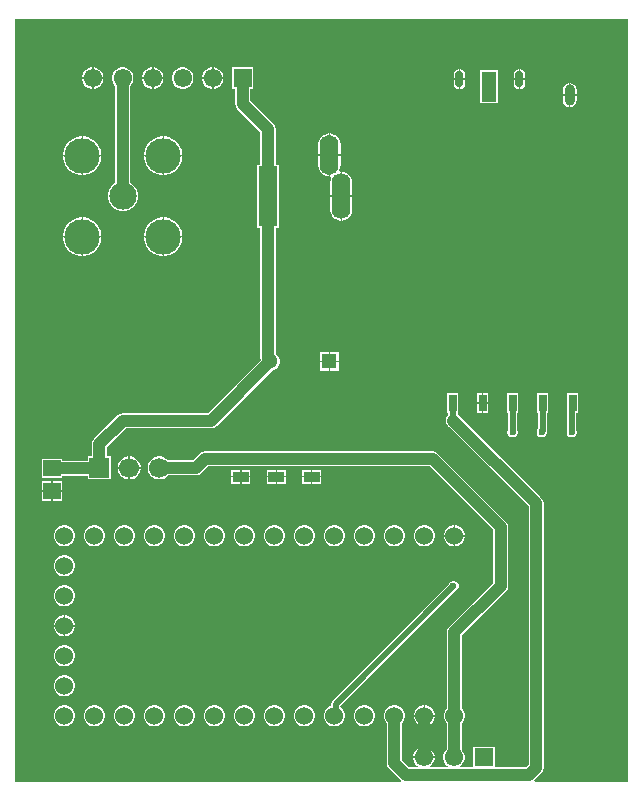
<source format=gtl>
G04*
G04 #@! TF.GenerationSoftware,Altium Limited,Altium Designer,22.10.1 (41)*
G04*
G04 Layer_Physical_Order=1*
G04 Layer_Color=255*
%FSLAX25Y25*%
%MOIN*%
G70*
G04*
G04 #@! TF.SameCoordinates,99798D1E-F985-4455-B884-4E85627F1AD0*
G04*
G04*
G04 #@! TF.FilePolarity,Positive*
G04*
G01*
G75*
%ADD10C,0.01968*%
%ADD20R,0.05315X0.03740*%
%ADD24R,0.05118X0.05118*%
%ADD25C,0.05118*%
%ADD29C,0.06102*%
%ADD30R,0.06102X0.06102*%
G04:AMPARAMS|DCode=31|XSize=133.86mil|YSize=62.99mil|CornerRadius=31.5mil|HoleSize=0mil|Usage=FLASHONLY|Rotation=90.000|XOffset=0mil|YOffset=0mil|HoleType=Round|Shape=RoundedRectangle|*
%AMROUNDEDRECTD31*
21,1,0.13386,0.00000,0,0,90.0*
21,1,0.07087,0.06299,0,0,90.0*
1,1,0.06299,0.00000,0.03543*
1,1,0.06299,0.00000,-0.03543*
1,1,0.06299,0.00000,-0.03543*
1,1,0.06299,0.00000,0.03543*
%
%ADD31ROUNDEDRECTD31*%
G04:AMPARAMS|DCode=32|XSize=153.54mil|YSize=62.99mil|CornerRadius=31.5mil|HoleSize=0mil|Usage=FLASHONLY|Rotation=90.000|XOffset=0mil|YOffset=0mil|HoleType=Round|Shape=RoundedRectangle|*
%AMROUNDEDRECTD32*
21,1,0.15354,0.00000,0,0,90.0*
21,1,0.09055,0.06299,0,0,90.0*
1,1,0.06299,0.00000,0.04528*
1,1,0.06299,0.00000,-0.04528*
1,1,0.06299,0.00000,-0.04528*
1,1,0.06299,0.00000,0.04528*
%
%ADD32ROUNDEDRECTD32*%
%ADD33R,0.06299X0.20079*%
%ADD37R,0.05000X0.10000*%
G04:AMPARAMS|DCode=38|XSize=56mil|YSize=28mil|CornerRadius=14mil|HoleSize=0mil|Usage=FLASHONLY|Rotation=90.000|XOffset=0mil|YOffset=0mil|HoleType=Round|Shape=RoundedRectangle|*
%AMROUNDEDRECTD38*
21,1,0.05600,0.00000,0,0,90.0*
21,1,0.02800,0.02800,0,0,90.0*
1,1,0.02800,0.00000,0.01400*
1,1,0.02800,0.00000,-0.01400*
1,1,0.02800,0.00000,-0.01400*
1,1,0.02800,0.00000,0.01400*
%
%ADD38ROUNDEDRECTD38*%
G04:AMPARAMS|DCode=39|XSize=70mil|YSize=36mil|CornerRadius=18mil|HoleSize=0mil|Usage=FLASHONLY|Rotation=90.000|XOffset=0mil|YOffset=0mil|HoleType=Round|Shape=RoundedRectangle|*
%AMROUNDEDRECTD39*
21,1,0.07000,0.00000,0,0,90.0*
21,1,0.03400,0.03600,0,0,90.0*
1,1,0.03600,0.00000,0.01700*
1,1,0.03600,0.00000,-0.01700*
1,1,0.03600,0.00000,-0.01700*
1,1,0.03600,0.00000,0.01700*
%
%ADD39ROUNDEDRECTD39*%
%ADD40R,0.02800X0.05600*%
%ADD41R,0.05906X0.05512*%
%ADD42C,0.03937*%
%ADD43C,0.11811*%
%ADD44C,0.09134*%
%ADD45C,0.06024*%
%ADD46C,0.06693*%
%ADD47R,0.06693X0.06693*%
%ADD48C,0.02362*%
G36*
X373213Y178755D02*
X342044D01*
X341893Y179255D01*
X341993Y179323D01*
X344299Y181629D01*
X344845Y182446D01*
X345037Y183409D01*
Y271654D01*
X344845Y272617D01*
X344299Y273433D01*
X316740Y300992D01*
X316253Y301318D01*
X316328Y301818D01*
X316546D01*
Y308418D01*
X312746D01*
Y301818D01*
X313132D01*
Y300920D01*
X312635Y300176D01*
X312444Y299213D01*
X312635Y298249D01*
X313181Y297433D01*
X340003Y270611D01*
Y184451D01*
X339171Y183619D01*
X328669D01*
Y190559D01*
X321567D01*
Y183619D01*
X317351D01*
X317217Y184119D01*
X317299Y184166D01*
X317960Y184827D01*
X318427Y185637D01*
X318669Y186540D01*
Y187475D01*
X318427Y188379D01*
X317960Y189188D01*
X317714Y189434D01*
Y198259D01*
X318086Y198631D01*
X318548Y199432D01*
X318787Y200325D01*
Y201250D01*
X318548Y202143D01*
X318086Y202944D01*
X317793Y203237D01*
Y227619D01*
X332488Y242315D01*
X333034Y243131D01*
X333225Y244094D01*
Y263779D01*
X333034Y264743D01*
X332488Y265559D01*
X309851Y288197D01*
X309034Y288743D01*
X308071Y288934D01*
X232026D01*
X231063Y288743D01*
X230247Y288197D01*
X228031Y285981D01*
X219773D01*
X219212Y286543D01*
X218335Y287049D01*
X217357Y287311D01*
X216344D01*
X215366Y287049D01*
X214489Y286543D01*
X213773Y285826D01*
X213266Y284949D01*
X213004Y283971D01*
Y282958D01*
X213266Y281980D01*
X213773Y281103D01*
X214489Y280387D01*
X215366Y279880D01*
X216344Y279618D01*
X217357D01*
X218335Y279880D01*
X219212Y280387D01*
X219773Y280948D01*
X229074D01*
X230037Y281139D01*
X230853Y281685D01*
X233069Y283900D01*
X307028D01*
X328192Y262737D01*
Y245137D01*
X313496Y230441D01*
X312950Y229625D01*
X312759Y228661D01*
Y203237D01*
X312466Y202944D01*
X312003Y202143D01*
X311764Y201250D01*
Y200325D01*
X312003Y199432D01*
X312466Y198631D01*
X312680Y198417D01*
Y189592D01*
X312277Y189188D01*
X311809Y188379D01*
X311567Y187475D01*
Y186540D01*
X311809Y185637D01*
X312277Y184827D01*
X312938Y184166D01*
X313019Y184119D01*
X312885Y183619D01*
X307351D01*
X307217Y184119D01*
X307299Y184166D01*
X307960Y184827D01*
X308427Y185637D01*
X308669Y186540D01*
Y186758D01*
X305118D01*
X301567D01*
Y186540D01*
X301809Y185637D01*
X302276Y184827D01*
X302938Y184166D01*
X303019Y184119D01*
X302885Y183619D01*
X300255D01*
X297793Y186082D01*
Y198338D01*
X298086Y198631D01*
X298548Y199432D01*
X298787Y200325D01*
Y201250D01*
X298548Y202143D01*
X298086Y202944D01*
X297432Y203597D01*
X296631Y204060D01*
X295738Y204299D01*
X294813D01*
X293920Y204060D01*
X293119Y203597D01*
X292465Y202944D01*
X292003Y202143D01*
X291764Y201250D01*
Y200325D01*
X292003Y199432D01*
X292465Y198631D01*
X292759Y198338D01*
Y185039D01*
X292950Y184076D01*
X293496Y183260D01*
X297433Y179323D01*
X297533Y179255D01*
X297382Y178755D01*
X168913D01*
Y433055D01*
X373213D01*
Y178755D01*
D02*
G37*
%LPC*%
G36*
X235192Y416937D02*
X234974D01*
Y413636D01*
X238276D01*
Y413853D01*
X238034Y414756D01*
X237566Y415566D01*
X236905Y416227D01*
X236095Y416695D01*
X235192Y416937D01*
D02*
G37*
G36*
X215192D02*
X214974D01*
Y413636D01*
X218276D01*
Y413853D01*
X218034Y414756D01*
X217566Y415566D01*
X216905Y416227D01*
X216095Y416695D01*
X215192Y416937D01*
D02*
G37*
G36*
X195192D02*
X194974D01*
Y413636D01*
X198276D01*
Y413853D01*
X198034Y414756D01*
X197566Y415566D01*
X196905Y416227D01*
X196095Y416695D01*
X195192Y416937D01*
D02*
G37*
G36*
X234474D02*
X234257D01*
X233354Y416695D01*
X232544Y416227D01*
X231883Y415566D01*
X231415Y414756D01*
X231173Y413853D01*
Y413636D01*
X234474D01*
Y416937D01*
D02*
G37*
G36*
X214474D02*
X214257D01*
X213354Y416695D01*
X212544Y416227D01*
X211883Y415566D01*
X211415Y414756D01*
X211173Y413853D01*
Y413636D01*
X214474D01*
Y416937D01*
D02*
G37*
G36*
X194474D02*
X194257D01*
X193354Y416695D01*
X192544Y416227D01*
X191883Y415566D01*
X191415Y414756D01*
X191173Y413853D01*
Y413636D01*
X194474D01*
Y416937D01*
D02*
G37*
G36*
X337219Y416280D02*
Y413242D01*
X338906D01*
Y414392D01*
X338758Y415133D01*
X338338Y415762D01*
X337710Y416182D01*
X337219Y416280D01*
D02*
G37*
G36*
X317219D02*
Y413242D01*
X318906D01*
Y414392D01*
X318758Y415133D01*
X318338Y415762D01*
X317710Y416182D01*
X317219Y416280D01*
D02*
G37*
G36*
X336719Y416280D02*
X336227Y416182D01*
X335599Y415762D01*
X335179Y415133D01*
X335031Y414392D01*
Y413242D01*
X336719D01*
Y416280D01*
D02*
G37*
G36*
X316719D02*
X316227Y416182D01*
X315599Y415762D01*
X315179Y415133D01*
X315031Y414392D01*
Y413242D01*
X316719D01*
Y416280D01*
D02*
G37*
G36*
X238276Y413136D02*
X234974D01*
Y409835D01*
X235192D01*
X236095Y410077D01*
X236905Y410544D01*
X237566Y411205D01*
X238034Y412015D01*
X238276Y412918D01*
Y413136D01*
D02*
G37*
G36*
X234474D02*
X231173D01*
Y412918D01*
X231415Y412015D01*
X231883Y411205D01*
X232544Y410544D01*
X233354Y410077D01*
X234257Y409835D01*
X234474D01*
Y413136D01*
D02*
G37*
G36*
X225192Y416937D02*
X224257D01*
X223354Y416695D01*
X222544Y416227D01*
X221883Y415566D01*
X221415Y414756D01*
X221173Y413853D01*
Y412918D01*
X221415Y412015D01*
X221883Y411205D01*
X222544Y410544D01*
X223354Y410077D01*
X224257Y409835D01*
X225192D01*
X226095Y410077D01*
X226905Y410544D01*
X227566Y411205D01*
X228034Y412015D01*
X228276Y412918D01*
Y413853D01*
X228034Y414756D01*
X227566Y415566D01*
X226905Y416227D01*
X226095Y416695D01*
X225192Y416937D01*
D02*
G37*
G36*
X218276Y413136D02*
X214974D01*
Y409835D01*
X215192D01*
X216095Y410077D01*
X216905Y410544D01*
X217566Y411205D01*
X218034Y412015D01*
X218276Y412918D01*
Y413136D01*
D02*
G37*
G36*
X214474D02*
X211173D01*
Y412918D01*
X211415Y412015D01*
X211883Y411205D01*
X212544Y410544D01*
X213354Y410077D01*
X214257Y409835D01*
X214474D01*
Y413136D01*
D02*
G37*
G36*
X198276D02*
X194974D01*
Y409835D01*
X195192D01*
X196095Y410077D01*
X196905Y410544D01*
X197566Y411205D01*
X198034Y412015D01*
X198276Y412918D01*
Y413136D01*
D02*
G37*
G36*
X194474D02*
X191173D01*
Y412918D01*
X191415Y412015D01*
X191883Y411205D01*
X192544Y410544D01*
X193354Y410077D01*
X194257Y409835D01*
X194474D01*
Y413136D01*
D02*
G37*
G36*
X318906Y412742D02*
X317219D01*
Y409705D01*
X317710Y409802D01*
X318338Y410222D01*
X318758Y410851D01*
X318906Y411592D01*
Y412742D01*
D02*
G37*
G36*
X338906D02*
X337219D01*
Y409705D01*
X337710Y409802D01*
X338338Y410222D01*
X338758Y410851D01*
X338906Y411592D01*
Y412742D01*
D02*
G37*
G36*
X336719D02*
X335031D01*
Y411592D01*
X335179Y410851D01*
X335599Y410222D01*
X336227Y409802D01*
X336719Y409705D01*
Y412742D01*
D02*
G37*
G36*
X316719D02*
X315031D01*
Y411592D01*
X315179Y410851D01*
X315599Y410222D01*
X316227Y409802D01*
X316719Y409705D01*
Y412742D01*
D02*
G37*
G36*
X353912Y411672D02*
Y407927D01*
X356007D01*
Y409377D01*
X355828Y410275D01*
X355320Y411035D01*
X354559Y411544D01*
X353912Y411672D01*
D02*
G37*
G36*
X353412Y411672D02*
X352764Y411544D01*
X352004Y411035D01*
X351495Y410275D01*
X351317Y409377D01*
Y407927D01*
X353412D01*
Y411672D01*
D02*
G37*
G36*
X329969Y415972D02*
X323969D01*
Y404972D01*
X329969D01*
Y415972D01*
D02*
G37*
G36*
X356007Y407427D02*
X353912D01*
Y403682D01*
X354559Y403811D01*
X355320Y404319D01*
X355828Y405080D01*
X356007Y405977D01*
Y407427D01*
D02*
G37*
G36*
X353412D02*
X351317D01*
Y405977D01*
X351495Y405080D01*
X352004Y404319D01*
X352764Y403811D01*
X353412Y403682D01*
Y407427D01*
D02*
G37*
G36*
X273872Y394987D02*
Y388045D01*
X277303D01*
Y391339D01*
X277178Y392291D01*
X276810Y393179D01*
X276225Y393941D01*
X275463Y394527D01*
X274575Y394894D01*
X273872Y394987D01*
D02*
G37*
G36*
X273372D02*
X272669Y394894D01*
X271781Y394527D01*
X271019Y393941D01*
X270434Y393179D01*
X270066Y392291D01*
X269941Y391339D01*
Y388045D01*
X273372D01*
Y394987D01*
D02*
G37*
G36*
X218859Y393925D02*
X218478D01*
Y387770D01*
X224634D01*
Y388151D01*
X224388Y389388D01*
X223905Y390554D01*
X223204Y391603D01*
X222312Y392495D01*
X221263Y393196D01*
X220097Y393679D01*
X218859Y393925D01*
D02*
G37*
G36*
X217978D02*
X217598D01*
X216360Y393679D01*
X215194Y393196D01*
X214145Y392495D01*
X213253Y391603D01*
X212552Y390554D01*
X212069Y389388D01*
X211823Y388151D01*
Y387770D01*
X217978D01*
Y393925D01*
D02*
G37*
G36*
X191851D02*
X191471D01*
Y387770D01*
X197626D01*
Y388151D01*
X197380Y389388D01*
X196897Y390554D01*
X196196Y391603D01*
X195304Y392495D01*
X194255Y393196D01*
X193089Y393679D01*
X191851Y393925D01*
D02*
G37*
G36*
X190971D02*
X190590D01*
X189352Y393679D01*
X188186Y393196D01*
X187137Y392495D01*
X186245Y391603D01*
X185544Y390554D01*
X185061Y389388D01*
X184815Y388151D01*
Y387770D01*
X190971D01*
Y393925D01*
D02*
G37*
G36*
X224634Y387270D02*
X218478D01*
Y381114D01*
X218859D01*
X220097Y381360D01*
X221263Y381843D01*
X222312Y382544D01*
X223204Y383436D01*
X223905Y384486D01*
X224388Y385651D01*
X224634Y386889D01*
Y387270D01*
D02*
G37*
G36*
X217978D02*
X211823D01*
Y386889D01*
X212069Y385651D01*
X212552Y384486D01*
X213253Y383436D01*
X214145Y382544D01*
X215194Y381843D01*
X216360Y381360D01*
X217598Y381114D01*
X217978D01*
Y387270D01*
D02*
G37*
G36*
X197626D02*
X191471D01*
Y381114D01*
X191851D01*
X193089Y381360D01*
X194255Y381843D01*
X195304Y382544D01*
X196196Y383436D01*
X196897Y384486D01*
X197380Y385651D01*
X197626Y386889D01*
Y387270D01*
D02*
G37*
G36*
X190971D02*
X184815D01*
Y386889D01*
X185061Y385651D01*
X185544Y384486D01*
X186245Y383436D01*
X187137Y382544D01*
X188186Y381843D01*
X189352Y381360D01*
X190590Y381114D01*
X190971D01*
Y387270D01*
D02*
G37*
G36*
X273372Y387545D02*
X269941D01*
Y384252D01*
X270066Y383299D01*
X270434Y382411D01*
X271019Y381649D01*
X271781Y381064D01*
X272669Y380696D01*
X273372Y380604D01*
Y387545D01*
D02*
G37*
G36*
X277809Y382191D02*
Y374266D01*
X281240D01*
Y378543D01*
X281115Y379496D01*
X280747Y380384D01*
X280162Y381146D01*
X279400Y381731D01*
X278512Y382099D01*
X277809Y382191D01*
D02*
G37*
G36*
X277303Y387545D02*
X273872D01*
Y380604D01*
X273948Y380614D01*
X274275Y380153D01*
X274003Y379496D01*
X273878Y378543D01*
Y374266D01*
X277309D01*
Y382191D01*
X277233Y382182D01*
X276906Y382643D01*
X277178Y383299D01*
X277303Y384252D01*
Y387545D01*
D02*
G37*
G36*
X205192Y416937D02*
X204257D01*
X203354Y416695D01*
X202544Y416227D01*
X201883Y415566D01*
X201415Y414756D01*
X201173Y413853D01*
Y412918D01*
X201415Y412015D01*
X201883Y411205D01*
X202207Y410881D01*
Y378413D01*
X201613Y378070D01*
X200670Y377127D01*
X200003Y375972D01*
X199657Y374683D01*
Y373349D01*
X200003Y372060D01*
X200670Y370905D01*
X201613Y369961D01*
X202769Y369294D01*
X204057Y368949D01*
X205392D01*
X206680Y369294D01*
X207836Y369961D01*
X208779Y370905D01*
X209446Y372060D01*
X209791Y373349D01*
Y374683D01*
X209446Y375972D01*
X208779Y377127D01*
X207836Y378070D01*
X207241Y378413D01*
Y410881D01*
X207566Y411205D01*
X208034Y412015D01*
X208276Y412918D01*
Y413853D01*
X208034Y414756D01*
X207566Y415566D01*
X206905Y416227D01*
X206095Y416695D01*
X205192Y416937D01*
D02*
G37*
G36*
X281240Y373766D02*
X277809D01*
Y365840D01*
X278512Y365932D01*
X279400Y366300D01*
X280162Y366885D01*
X280747Y367648D01*
X281115Y368535D01*
X281240Y369488D01*
Y373766D01*
D02*
G37*
G36*
X277309D02*
X273878D01*
Y369488D01*
X274003Y368535D01*
X274371Y367648D01*
X274956Y366885D01*
X275718Y366300D01*
X276606Y365932D01*
X277309Y365840D01*
Y373766D01*
D02*
G37*
G36*
X218859Y366917D02*
X218478D01*
Y360762D01*
X224634D01*
Y361143D01*
X224388Y362380D01*
X223905Y363546D01*
X223204Y364595D01*
X222312Y365487D01*
X221263Y366188D01*
X220097Y366671D01*
X218859Y366917D01*
D02*
G37*
G36*
X217978D02*
X217598D01*
X216360Y366671D01*
X215194Y366188D01*
X214145Y365487D01*
X213253Y364595D01*
X212552Y363546D01*
X212069Y362380D01*
X211823Y361143D01*
Y360762D01*
X217978D01*
Y366917D01*
D02*
G37*
G36*
X191851D02*
X191471D01*
Y360762D01*
X197626D01*
Y361143D01*
X197380Y362380D01*
X196897Y363546D01*
X196196Y364595D01*
X195304Y365487D01*
X194255Y366188D01*
X193089Y366671D01*
X191851Y366917D01*
D02*
G37*
G36*
X190971D02*
X190590D01*
X189352Y366671D01*
X188186Y366188D01*
X187137Y365487D01*
X186245Y364595D01*
X185544Y363546D01*
X185061Y362380D01*
X184815Y361143D01*
Y360762D01*
X190971D01*
Y366917D01*
D02*
G37*
G36*
X224634Y360262D02*
X218478D01*
Y354106D01*
X218859D01*
X220097Y354352D01*
X221263Y354835D01*
X222312Y355536D01*
X223204Y356429D01*
X223905Y357478D01*
X224388Y358643D01*
X224634Y359881D01*
Y360262D01*
D02*
G37*
G36*
X217978D02*
X211823D01*
Y359881D01*
X212069Y358643D01*
X212552Y357478D01*
X213253Y356429D01*
X214145Y355536D01*
X215194Y354835D01*
X216360Y354352D01*
X217598Y354106D01*
X217978D01*
Y360262D01*
D02*
G37*
G36*
X197626D02*
X191471D01*
Y354106D01*
X191851D01*
X193089Y354352D01*
X194255Y354835D01*
X195304Y355536D01*
X196196Y356429D01*
X196897Y357478D01*
X197380Y358643D01*
X197626Y359881D01*
Y360262D01*
D02*
G37*
G36*
X190971D02*
X184815D01*
Y359881D01*
X185061Y358643D01*
X185544Y357478D01*
X186245Y356429D01*
X187137Y355536D01*
X188186Y354835D01*
X189352Y354352D01*
X190590Y354106D01*
X190971D01*
Y360262D01*
D02*
G37*
G36*
X276681Y321957D02*
X273872D01*
Y319148D01*
X276681D01*
Y321957D01*
D02*
G37*
G36*
X273372D02*
X270563D01*
Y319148D01*
X273372D01*
Y321957D01*
D02*
G37*
G36*
X276681Y318648D02*
X273872D01*
Y315839D01*
X276681D01*
Y318648D01*
D02*
G37*
G36*
X273372D02*
X270563D01*
Y315839D01*
X273372D01*
Y318648D01*
D02*
G37*
G36*
X326546Y308418D02*
X324896D01*
Y305368D01*
X326546D01*
Y308418D01*
D02*
G37*
G36*
X324396D02*
X322746D01*
Y305368D01*
X324396D01*
Y308418D01*
D02*
G37*
G36*
X326546Y304868D02*
X324896D01*
Y301818D01*
X326546D01*
Y304868D01*
D02*
G37*
G36*
X324396D02*
X322746D01*
Y301818D01*
X324396D01*
Y304868D01*
D02*
G37*
G36*
X346546Y308418D02*
X342746D01*
Y301818D01*
X343132D01*
Y296448D01*
X342920Y296236D01*
X342664Y295618D01*
Y294949D01*
X342920Y294331D01*
X343393Y293858D01*
X344011Y293602D01*
X344680D01*
X345298Y293858D01*
X345770Y294331D01*
X346026Y294949D01*
Y295085D01*
X346044Y295111D01*
X346159Y295690D01*
X346159Y295690D01*
Y301818D01*
X346546D01*
Y308418D01*
D02*
G37*
G36*
X356546D02*
X352746D01*
Y301818D01*
X352893D01*
Y296197D01*
X352650Y295610D01*
Y294941D01*
X352906Y294323D01*
X353379Y293850D01*
X353996Y293595D01*
X354665D01*
X355283Y293850D01*
X355756Y294323D01*
X356012Y294941D01*
Y295610D01*
X355919Y295833D01*
Y301818D01*
X356546D01*
Y308418D01*
D02*
G37*
G36*
X336546D02*
X332746D01*
Y301818D01*
X333132D01*
Y296015D01*
X332965Y295610D01*
Y294941D01*
X333221Y294323D01*
X333693Y293850D01*
X334311Y293595D01*
X334980D01*
X335598Y293850D01*
X336071Y294323D01*
X336327Y294941D01*
Y295610D01*
X336159Y296015D01*
Y301818D01*
X336546D01*
Y308418D01*
D02*
G37*
G36*
X248276Y416937D02*
X241173D01*
Y409835D01*
X242208D01*
Y404882D01*
X242399Y403919D01*
X242945Y403102D01*
X250633Y395414D01*
Y384555D01*
X249500D01*
Y363476D01*
X250633D01*
Y320005D01*
X250774Y319294D01*
X233209Y301729D01*
X204724D01*
X203761Y301538D01*
X202945Y300992D01*
X195071Y293118D01*
X194525Y292302D01*
X194334Y291339D01*
Y287311D01*
X193004D01*
Y285883D01*
X184555D01*
Y286524D01*
X177650D01*
Y280012D01*
X184555D01*
Y280849D01*
X193004D01*
Y279618D01*
X200697D01*
Y287311D01*
X199367D01*
Y290296D01*
X205767Y296696D01*
X234252D01*
X235215Y296887D01*
X236032Y297433D01*
X254473Y315874D01*
X255118Y316047D01*
X255815Y316450D01*
X256385Y317019D01*
X256788Y317717D01*
X256996Y318495D01*
Y319300D01*
X256788Y320078D01*
X256385Y320776D01*
X255815Y321345D01*
X255666Y321431D01*
Y363476D01*
X256799D01*
Y384555D01*
X255666D01*
Y396457D01*
X255475Y397420D01*
X254929Y398236D01*
X247241Y405924D01*
Y409835D01*
X248276D01*
Y416937D01*
D02*
G37*
G36*
X207357Y287311D02*
X207100D01*
Y283715D01*
X210697D01*
Y283971D01*
X210435Y284949D01*
X209928Y285826D01*
X209212Y286543D01*
X208335Y287049D01*
X207357Y287311D01*
D02*
G37*
G36*
X206600D02*
X206344D01*
X205366Y287049D01*
X204489Y286543D01*
X203772Y285826D01*
X203266Y284949D01*
X203004Y283971D01*
Y283715D01*
X206600D01*
Y287311D01*
D02*
G37*
G36*
X247252Y282882D02*
X244344D01*
Y280762D01*
X247252D01*
Y282882D01*
D02*
G37*
G36*
X259063D02*
X256155D01*
Y280762D01*
X259063D01*
Y282882D01*
D02*
G37*
G36*
X255656D02*
X252748D01*
Y280762D01*
X255656D01*
Y282882D01*
D02*
G37*
G36*
X243845D02*
X240937D01*
Y280762D01*
X243845D01*
Y282882D01*
D02*
G37*
G36*
X270874D02*
X267967D01*
Y280762D01*
X270874D01*
Y282882D01*
D02*
G37*
G36*
X267467D02*
X264559D01*
Y280762D01*
X267467D01*
Y282882D01*
D02*
G37*
G36*
X210697Y283215D02*
X207100D01*
Y279618D01*
X207357D01*
X208335Y279880D01*
X209212Y280387D01*
X209928Y281103D01*
X210435Y281980D01*
X210697Y282958D01*
Y283215D01*
D02*
G37*
G36*
X206600D02*
X203004D01*
Y282958D01*
X203266Y281980D01*
X203772Y281103D01*
X204489Y280387D01*
X205366Y279880D01*
X206344Y279618D01*
X206600D01*
Y283215D01*
D02*
G37*
G36*
X270874Y280262D02*
X267967D01*
Y278142D01*
X270874D01*
Y280262D01*
D02*
G37*
G36*
X267467D02*
X264559D01*
Y278142D01*
X267467D01*
Y280262D01*
D02*
G37*
G36*
X259063Y280262D02*
X256155D01*
Y278142D01*
X259063D01*
Y280262D01*
D02*
G37*
G36*
X255656D02*
X252748D01*
Y278142D01*
X255656D01*
Y280262D01*
D02*
G37*
G36*
X247252D02*
X244344D01*
Y278142D01*
X247252D01*
Y280262D01*
D02*
G37*
G36*
X243845D02*
X240937D01*
Y278142D01*
X243845D01*
Y280262D01*
D02*
G37*
G36*
X184555Y279043D02*
X181352D01*
Y276037D01*
X184555D01*
Y279043D01*
D02*
G37*
G36*
X180852D02*
X177650D01*
Y276037D01*
X180852D01*
Y279043D01*
D02*
G37*
G36*
X184555Y275537D02*
X181352D01*
Y272532D01*
X184555D01*
Y275537D01*
D02*
G37*
G36*
X180852D02*
X177650D01*
Y272532D01*
X180852D01*
Y275537D01*
D02*
G37*
G36*
X315738Y264299D02*
X315526D01*
Y261037D01*
X318787D01*
Y261250D01*
X318548Y262143D01*
X318086Y262944D01*
X317432Y263597D01*
X316631Y264060D01*
X315738Y264299D01*
D02*
G37*
G36*
X315026D02*
X314813D01*
X313920Y264060D01*
X313119Y263597D01*
X312466Y262944D01*
X312003Y262143D01*
X311764Y261250D01*
Y261037D01*
X315026D01*
Y264299D01*
D02*
G37*
G36*
X318787Y260537D02*
X315526D01*
Y257276D01*
X315738D01*
X316631Y257515D01*
X317432Y257977D01*
X318086Y258631D01*
X318548Y259432D01*
X318787Y260325D01*
Y260537D01*
D02*
G37*
G36*
X315026D02*
X311764D01*
Y260325D01*
X312003Y259432D01*
X312466Y258631D01*
X313119Y257977D01*
X313920Y257515D01*
X314813Y257276D01*
X315026D01*
Y260537D01*
D02*
G37*
G36*
X305738Y264299D02*
X304813D01*
X303920Y264060D01*
X303119Y263597D01*
X302466Y262944D01*
X302003Y262143D01*
X301764Y261250D01*
Y260325D01*
X302003Y259432D01*
X302466Y258631D01*
X303119Y257977D01*
X303920Y257515D01*
X304813Y257276D01*
X305738D01*
X306631Y257515D01*
X307432Y257977D01*
X308086Y258631D01*
X308548Y259432D01*
X308787Y260325D01*
Y261250D01*
X308548Y262143D01*
X308086Y262944D01*
X307432Y263597D01*
X306631Y264060D01*
X305738Y264299D01*
D02*
G37*
G36*
X295738D02*
X294813D01*
X293920Y264060D01*
X293119Y263597D01*
X292465Y262944D01*
X292003Y262143D01*
X291764Y261250D01*
Y260325D01*
X292003Y259432D01*
X292465Y258631D01*
X293119Y257977D01*
X293920Y257515D01*
X294813Y257276D01*
X295738D01*
X296631Y257515D01*
X297432Y257977D01*
X298086Y258631D01*
X298548Y259432D01*
X298787Y260325D01*
Y261250D01*
X298548Y262143D01*
X298086Y262944D01*
X297432Y263597D01*
X296631Y264060D01*
X295738Y264299D01*
D02*
G37*
G36*
X285738D02*
X284813D01*
X283920Y264060D01*
X283119Y263597D01*
X282466Y262944D01*
X282003Y262143D01*
X281764Y261250D01*
Y260325D01*
X282003Y259432D01*
X282466Y258631D01*
X283119Y257977D01*
X283920Y257515D01*
X284813Y257276D01*
X285738D01*
X286631Y257515D01*
X287432Y257977D01*
X288086Y258631D01*
X288548Y259432D01*
X288787Y260325D01*
Y261250D01*
X288548Y262143D01*
X288086Y262944D01*
X287432Y263597D01*
X286631Y264060D01*
X285738Y264299D01*
D02*
G37*
G36*
X275738D02*
X274813D01*
X273920Y264060D01*
X273119Y263597D01*
X272465Y262944D01*
X272003Y262143D01*
X271764Y261250D01*
Y260325D01*
X272003Y259432D01*
X272465Y258631D01*
X273119Y257977D01*
X273920Y257515D01*
X274813Y257276D01*
X275738D01*
X276631Y257515D01*
X277432Y257977D01*
X278086Y258631D01*
X278548Y259432D01*
X278787Y260325D01*
Y261250D01*
X278548Y262143D01*
X278086Y262944D01*
X277432Y263597D01*
X276631Y264060D01*
X275738Y264299D01*
D02*
G37*
G36*
X265738D02*
X264813D01*
X263920Y264060D01*
X263119Y263597D01*
X262466Y262944D01*
X262003Y262143D01*
X261764Y261250D01*
Y260325D01*
X262003Y259432D01*
X262466Y258631D01*
X263119Y257977D01*
X263920Y257515D01*
X264813Y257276D01*
X265738D01*
X266631Y257515D01*
X267432Y257977D01*
X268086Y258631D01*
X268548Y259432D01*
X268787Y260325D01*
Y261250D01*
X268548Y262143D01*
X268086Y262944D01*
X267432Y263597D01*
X266631Y264060D01*
X265738Y264299D01*
D02*
G37*
G36*
X255738D02*
X254813D01*
X253920Y264060D01*
X253119Y263597D01*
X252466Y262944D01*
X252003Y262143D01*
X251764Y261250D01*
Y260325D01*
X252003Y259432D01*
X252466Y258631D01*
X253119Y257977D01*
X253920Y257515D01*
X254813Y257276D01*
X255738D01*
X256631Y257515D01*
X257432Y257977D01*
X258086Y258631D01*
X258548Y259432D01*
X258787Y260325D01*
Y261250D01*
X258548Y262143D01*
X258086Y262944D01*
X257432Y263597D01*
X256631Y264060D01*
X255738Y264299D01*
D02*
G37*
G36*
X245738D02*
X244813D01*
X243920Y264060D01*
X243119Y263597D01*
X242465Y262944D01*
X242003Y262143D01*
X241764Y261250D01*
Y260325D01*
X242003Y259432D01*
X242465Y258631D01*
X243119Y257977D01*
X243920Y257515D01*
X244813Y257276D01*
X245738D01*
X246631Y257515D01*
X247432Y257977D01*
X248086Y258631D01*
X248548Y259432D01*
X248787Y260325D01*
Y261250D01*
X248548Y262143D01*
X248086Y262944D01*
X247432Y263597D01*
X246631Y264060D01*
X245738Y264299D01*
D02*
G37*
G36*
X235738D02*
X234813D01*
X233920Y264060D01*
X233119Y263597D01*
X232466Y262944D01*
X232003Y262143D01*
X231764Y261250D01*
Y260325D01*
X232003Y259432D01*
X232466Y258631D01*
X233119Y257977D01*
X233920Y257515D01*
X234813Y257276D01*
X235738D01*
X236631Y257515D01*
X237432Y257977D01*
X238086Y258631D01*
X238548Y259432D01*
X238787Y260325D01*
Y261250D01*
X238548Y262143D01*
X238086Y262944D01*
X237432Y263597D01*
X236631Y264060D01*
X235738Y264299D01*
D02*
G37*
G36*
X225738D02*
X224813D01*
X223920Y264060D01*
X223119Y263597D01*
X222465Y262944D01*
X222003Y262143D01*
X221764Y261250D01*
Y260325D01*
X222003Y259432D01*
X222465Y258631D01*
X223119Y257977D01*
X223920Y257515D01*
X224813Y257276D01*
X225738D01*
X226631Y257515D01*
X227432Y257977D01*
X228086Y258631D01*
X228548Y259432D01*
X228787Y260325D01*
Y261250D01*
X228548Y262143D01*
X228086Y262944D01*
X227432Y263597D01*
X226631Y264060D01*
X225738Y264299D01*
D02*
G37*
G36*
X215738D02*
X214813D01*
X213920Y264060D01*
X213119Y263597D01*
X212466Y262944D01*
X212003Y262143D01*
X211764Y261250D01*
Y260325D01*
X212003Y259432D01*
X212466Y258631D01*
X213119Y257977D01*
X213920Y257515D01*
X214813Y257276D01*
X215738D01*
X216631Y257515D01*
X217432Y257977D01*
X218086Y258631D01*
X218548Y259432D01*
X218787Y260325D01*
Y261250D01*
X218548Y262143D01*
X218086Y262944D01*
X217432Y263597D01*
X216631Y264060D01*
X215738Y264299D01*
D02*
G37*
G36*
X205738D02*
X204813D01*
X203920Y264060D01*
X203119Y263597D01*
X202466Y262944D01*
X202003Y262143D01*
X201764Y261250D01*
Y260325D01*
X202003Y259432D01*
X202466Y258631D01*
X203119Y257977D01*
X203920Y257515D01*
X204813Y257276D01*
X205738D01*
X206631Y257515D01*
X207432Y257977D01*
X208086Y258631D01*
X208548Y259432D01*
X208787Y260325D01*
Y261250D01*
X208548Y262143D01*
X208086Y262944D01*
X207432Y263597D01*
X206631Y264060D01*
X205738Y264299D01*
D02*
G37*
G36*
X195738D02*
X194813D01*
X193920Y264060D01*
X193119Y263597D01*
X192465Y262944D01*
X192003Y262143D01*
X191764Y261250D01*
Y260325D01*
X192003Y259432D01*
X192465Y258631D01*
X193119Y257977D01*
X193920Y257515D01*
X194813Y257276D01*
X195738D01*
X196631Y257515D01*
X197432Y257977D01*
X198086Y258631D01*
X198548Y259432D01*
X198787Y260325D01*
Y261250D01*
X198548Y262143D01*
X198086Y262944D01*
X197432Y263597D01*
X196631Y264060D01*
X195738Y264299D01*
D02*
G37*
G36*
X185738D02*
X184813D01*
X183920Y264060D01*
X183119Y263597D01*
X182466Y262944D01*
X182003Y262143D01*
X181764Y261250D01*
Y260325D01*
X182003Y259432D01*
X182466Y258631D01*
X183119Y257977D01*
X183920Y257515D01*
X184813Y257276D01*
X185738D01*
X186631Y257515D01*
X187432Y257977D01*
X188086Y258631D01*
X188548Y259432D01*
X188787Y260325D01*
Y261250D01*
X188548Y262143D01*
X188086Y262944D01*
X187432Y263597D01*
X186631Y264060D01*
X185738Y264299D01*
D02*
G37*
G36*
Y254299D02*
X184813D01*
X183920Y254060D01*
X183119Y253597D01*
X182466Y252944D01*
X182003Y252143D01*
X181764Y251250D01*
Y250325D01*
X182003Y249432D01*
X182466Y248631D01*
X183119Y247977D01*
X183920Y247515D01*
X184813Y247276D01*
X185738D01*
X186631Y247515D01*
X187432Y247977D01*
X188086Y248631D01*
X188548Y249432D01*
X188787Y250325D01*
Y251250D01*
X188548Y252143D01*
X188086Y252944D01*
X187432Y253597D01*
X186631Y254060D01*
X185738Y254299D01*
D02*
G37*
G36*
Y244299D02*
X184813D01*
X183920Y244060D01*
X183119Y243598D01*
X182466Y242944D01*
X182003Y242143D01*
X181764Y241250D01*
Y240325D01*
X182003Y239432D01*
X182466Y238631D01*
X183119Y237977D01*
X183920Y237515D01*
X184813Y237276D01*
X185738D01*
X186631Y237515D01*
X187432Y237977D01*
X188086Y238631D01*
X188548Y239432D01*
X188787Y240325D01*
Y241250D01*
X188548Y242143D01*
X188086Y242944D01*
X187432Y243598D01*
X186631Y244060D01*
X185738Y244299D01*
D02*
G37*
G36*
Y234299D02*
X185526D01*
Y231037D01*
X188787D01*
Y231250D01*
X188548Y232143D01*
X188086Y232944D01*
X187432Y233597D01*
X186631Y234060D01*
X185738Y234299D01*
D02*
G37*
G36*
X185026D02*
X184813D01*
X183920Y234060D01*
X183119Y233597D01*
X182466Y232944D01*
X182003Y232143D01*
X181764Y231250D01*
Y231037D01*
X185026D01*
Y234299D01*
D02*
G37*
G36*
X188787Y230537D02*
X185526D01*
Y227276D01*
X185738D01*
X186631Y227515D01*
X187432Y227977D01*
X188086Y228631D01*
X188548Y229432D01*
X188787Y230325D01*
Y230537D01*
D02*
G37*
G36*
X185026D02*
X181764D01*
Y230325D01*
X182003Y229432D01*
X182466Y228631D01*
X183119Y227977D01*
X183920Y227515D01*
X184813Y227276D01*
X185026D01*
Y230537D01*
D02*
G37*
G36*
X185738Y224299D02*
X184813D01*
X183920Y224060D01*
X183119Y223598D01*
X182466Y222944D01*
X182003Y222143D01*
X181764Y221250D01*
Y220325D01*
X182003Y219432D01*
X182466Y218631D01*
X183119Y217977D01*
X183920Y217515D01*
X184813Y217276D01*
X185738D01*
X186631Y217515D01*
X187432Y217977D01*
X188086Y218631D01*
X188548Y219432D01*
X188787Y220325D01*
Y221250D01*
X188548Y222143D01*
X188086Y222944D01*
X187432Y223598D01*
X186631Y224060D01*
X185738Y224299D01*
D02*
G37*
G36*
Y214299D02*
X184813D01*
X183920Y214060D01*
X183119Y213597D01*
X182466Y212944D01*
X182003Y212143D01*
X181764Y211250D01*
Y210325D01*
X182003Y209432D01*
X182466Y208631D01*
X183119Y207977D01*
X183920Y207515D01*
X184813Y207276D01*
X185738D01*
X186631Y207515D01*
X187432Y207977D01*
X188086Y208631D01*
X188548Y209432D01*
X188787Y210325D01*
Y211250D01*
X188548Y212143D01*
X188086Y212944D01*
X187432Y213597D01*
X186631Y214060D01*
X185738Y214299D01*
D02*
G37*
G36*
X305738Y204299D02*
X305526D01*
Y201037D01*
X308787D01*
Y201250D01*
X308548Y202143D01*
X308086Y202944D01*
X307432Y203597D01*
X306631Y204060D01*
X305738Y204299D01*
D02*
G37*
G36*
X305026D02*
X304813D01*
X303920Y204060D01*
X303119Y203597D01*
X302466Y202944D01*
X302003Y202143D01*
X301764Y201250D01*
Y201037D01*
X305026D01*
Y204299D01*
D02*
G37*
G36*
X305276Y200787D02*
D01*
D01*
D01*
D02*
G37*
G36*
X308787Y200537D02*
X305526D01*
Y197276D01*
X305738D01*
X306631Y197515D01*
X307432Y197977D01*
X308086Y198631D01*
X308548Y199432D01*
X308787Y200325D01*
Y200537D01*
D02*
G37*
G36*
X305026D02*
X301764D01*
Y200325D01*
X302003Y199432D01*
X302466Y198631D01*
X303119Y197977D01*
X303920Y197515D01*
X304813Y197276D01*
X305026D01*
Y200537D01*
D02*
G37*
G36*
X285738Y204299D02*
X284813D01*
X283920Y204060D01*
X283119Y203597D01*
X282466Y202944D01*
X282003Y202143D01*
X281764Y201250D01*
Y200325D01*
X282003Y199432D01*
X282466Y198631D01*
X283119Y197977D01*
X283920Y197515D01*
X284813Y197276D01*
X285738D01*
X286631Y197515D01*
X287432Y197977D01*
X288086Y198631D01*
X288548Y199432D01*
X288787Y200325D01*
Y201250D01*
X288548Y202143D01*
X288086Y202944D01*
X287432Y203597D01*
X286631Y204060D01*
X285738Y204299D01*
D02*
G37*
G36*
X315295Y245776D02*
X314626D01*
X314008Y245520D01*
X313535Y245047D01*
X313368Y244642D01*
X274644Y205918D01*
X274316Y205427D01*
X274200Y204848D01*
X274200Y204847D01*
Y204135D01*
X273920Y204060D01*
X273119Y203597D01*
X272465Y202944D01*
X272003Y202143D01*
X271764Y201250D01*
Y200325D01*
X272003Y199432D01*
X272465Y198631D01*
X273119Y197977D01*
X273920Y197515D01*
X274813Y197276D01*
X275738D01*
X276631Y197515D01*
X277432Y197977D01*
X278086Y198631D01*
X278548Y199432D01*
X278787Y200325D01*
Y201250D01*
X278548Y202143D01*
X278086Y202944D01*
X277432Y203597D01*
X277227Y203716D01*
Y204221D01*
X315508Y242502D01*
X315913Y242669D01*
X316386Y243142D01*
X316642Y243760D01*
Y244429D01*
X316386Y245047D01*
X315913Y245520D01*
X315295Y245776D01*
D02*
G37*
G36*
X265738Y204299D02*
X264813D01*
X263920Y204060D01*
X263119Y203597D01*
X262466Y202944D01*
X262003Y202143D01*
X261764Y201250D01*
Y200325D01*
X262003Y199432D01*
X262466Y198631D01*
X263119Y197977D01*
X263920Y197515D01*
X264813Y197276D01*
X265738D01*
X266631Y197515D01*
X267432Y197977D01*
X268086Y198631D01*
X268548Y199432D01*
X268787Y200325D01*
Y201250D01*
X268548Y202143D01*
X268086Y202944D01*
X267432Y203597D01*
X266631Y204060D01*
X265738Y204299D01*
D02*
G37*
G36*
X255738D02*
X254813D01*
X253920Y204060D01*
X253119Y203597D01*
X252466Y202944D01*
X252003Y202143D01*
X251764Y201250D01*
Y200325D01*
X252003Y199432D01*
X252466Y198631D01*
X253119Y197977D01*
X253920Y197515D01*
X254813Y197276D01*
X255738D01*
X256631Y197515D01*
X257432Y197977D01*
X258086Y198631D01*
X258548Y199432D01*
X258787Y200325D01*
Y201250D01*
X258548Y202143D01*
X258086Y202944D01*
X257432Y203597D01*
X256631Y204060D01*
X255738Y204299D01*
D02*
G37*
G36*
X245738D02*
X244813D01*
X243920Y204060D01*
X243119Y203597D01*
X242465Y202944D01*
X242003Y202143D01*
X241764Y201250D01*
Y200325D01*
X242003Y199432D01*
X242465Y198631D01*
X243119Y197977D01*
X243920Y197515D01*
X244813Y197276D01*
X245738D01*
X246631Y197515D01*
X247432Y197977D01*
X248086Y198631D01*
X248548Y199432D01*
X248787Y200325D01*
Y201250D01*
X248548Y202143D01*
X248086Y202944D01*
X247432Y203597D01*
X246631Y204060D01*
X245738Y204299D01*
D02*
G37*
G36*
X235738D02*
X234813D01*
X233920Y204060D01*
X233119Y203597D01*
X232466Y202944D01*
X232003Y202143D01*
X231764Y201250D01*
Y200325D01*
X232003Y199432D01*
X232466Y198631D01*
X233119Y197977D01*
X233920Y197515D01*
X234813Y197276D01*
X235738D01*
X236631Y197515D01*
X237432Y197977D01*
X238086Y198631D01*
X238548Y199432D01*
X238787Y200325D01*
Y201250D01*
X238548Y202143D01*
X238086Y202944D01*
X237432Y203597D01*
X236631Y204060D01*
X235738Y204299D01*
D02*
G37*
G36*
X225738D02*
X224813D01*
X223920Y204060D01*
X223119Y203597D01*
X222465Y202944D01*
X222003Y202143D01*
X221764Y201250D01*
Y200325D01*
X222003Y199432D01*
X222465Y198631D01*
X223119Y197977D01*
X223920Y197515D01*
X224813Y197276D01*
X225738D01*
X226631Y197515D01*
X227432Y197977D01*
X228086Y198631D01*
X228548Y199432D01*
X228787Y200325D01*
Y201250D01*
X228548Y202143D01*
X228086Y202944D01*
X227432Y203597D01*
X226631Y204060D01*
X225738Y204299D01*
D02*
G37*
G36*
X215738D02*
X214813D01*
X213920Y204060D01*
X213119Y203597D01*
X212466Y202944D01*
X212003Y202143D01*
X211764Y201250D01*
Y200325D01*
X212003Y199432D01*
X212466Y198631D01*
X213119Y197977D01*
X213920Y197515D01*
X214813Y197276D01*
X215738D01*
X216631Y197515D01*
X217432Y197977D01*
X218086Y198631D01*
X218548Y199432D01*
X218787Y200325D01*
Y201250D01*
X218548Y202143D01*
X218086Y202944D01*
X217432Y203597D01*
X216631Y204060D01*
X215738Y204299D01*
D02*
G37*
G36*
X205738D02*
X204813D01*
X203920Y204060D01*
X203119Y203597D01*
X202466Y202944D01*
X202003Y202143D01*
X201764Y201250D01*
Y200325D01*
X202003Y199432D01*
X202466Y198631D01*
X203119Y197977D01*
X203920Y197515D01*
X204813Y197276D01*
X205738D01*
X206631Y197515D01*
X207432Y197977D01*
X208086Y198631D01*
X208548Y199432D01*
X208787Y200325D01*
Y201250D01*
X208548Y202143D01*
X208086Y202944D01*
X207432Y203597D01*
X206631Y204060D01*
X205738Y204299D01*
D02*
G37*
G36*
X195738D02*
X194813D01*
X193920Y204060D01*
X193119Y203597D01*
X192465Y202944D01*
X192003Y202143D01*
X191764Y201250D01*
Y200325D01*
X192003Y199432D01*
X192465Y198631D01*
X193119Y197977D01*
X193920Y197515D01*
X194813Y197276D01*
X195738D01*
X196631Y197515D01*
X197432Y197977D01*
X198086Y198631D01*
X198548Y199432D01*
X198787Y200325D01*
Y201250D01*
X198548Y202143D01*
X198086Y202944D01*
X197432Y203597D01*
X196631Y204060D01*
X195738Y204299D01*
D02*
G37*
G36*
X185738D02*
X184813D01*
X183920Y204060D01*
X183119Y203597D01*
X182466Y202944D01*
X182003Y202143D01*
X181764Y201250D01*
Y200325D01*
X182003Y199432D01*
X182466Y198631D01*
X183119Y197977D01*
X183920Y197515D01*
X184813Y197276D01*
X185738D01*
X186631Y197515D01*
X187432Y197977D01*
X188086Y198631D01*
X188548Y199432D01*
X188787Y200325D01*
Y201250D01*
X188548Y202143D01*
X188086Y202944D01*
X187432Y203597D01*
X186631Y204060D01*
X185738Y204299D01*
D02*
G37*
G36*
X305586Y190559D02*
X305368D01*
Y187258D01*
X308669D01*
Y187475D01*
X308427Y188379D01*
X307960Y189188D01*
X307299Y189849D01*
X306489Y190317D01*
X305586Y190559D01*
D02*
G37*
G36*
X304868D02*
X304651D01*
X303747Y190317D01*
X302938Y189849D01*
X302276Y189188D01*
X301809Y188379D01*
X301567Y187475D01*
Y187258D01*
X304868D01*
Y190559D01*
D02*
G37*
%LPD*%
D10*
X275714Y204848D02*
X314961Y244094D01*
X275276Y200787D02*
X275714Y201225D01*
Y204848D01*
X354331Y295276D02*
X354406Y295351D01*
Y304878D01*
X354646Y305118D01*
X314646Y299528D02*
X314961Y299213D01*
X314646Y299528D02*
Y305118D01*
X334646Y295276D02*
Y305118D01*
X344646Y295690D02*
Y305118D01*
X344345Y295390D02*
X344646Y295690D01*
X344345Y295283D02*
Y295390D01*
D20*
X267717Y280512D02*
D03*
Y286417D02*
D03*
X255906Y280512D02*
D03*
Y286417D02*
D03*
X244094D02*
D03*
Y280512D02*
D03*
D24*
X273622Y318898D02*
D03*
D25*
X253937D02*
D03*
D29*
X305118Y187008D02*
D03*
X315118D02*
D03*
X234724Y413386D02*
D03*
X224724D02*
D03*
X214724D02*
D03*
X204724D02*
D03*
X194724D02*
D03*
D30*
X325118Y187008D02*
D03*
X244724Y413386D02*
D03*
D31*
X273622Y387795D02*
D03*
D32*
X277559Y374016D02*
D03*
D33*
X253150D02*
D03*
D37*
X326969Y410472D02*
D03*
D38*
X336969Y412992D02*
D03*
X316969D02*
D03*
D39*
X353662Y407677D02*
D03*
D40*
X354646Y305118D02*
D03*
X344646D02*
D03*
X334646D02*
D03*
X324646D02*
D03*
X314646D02*
D03*
D41*
X181102Y283268D02*
D03*
Y275787D02*
D03*
D42*
X235236Y404606D02*
Y407480D01*
X181201Y283366D02*
X196752D01*
X196850Y283465D01*
X181102Y283268D02*
X181201Y283366D01*
X196850Y283465D02*
Y291339D01*
X204724Y299213D01*
X234252D01*
X253937Y318898D01*
X253150Y320005D02*
Y374016D01*
X253937Y318898D02*
Y319217D01*
X253150Y320005D02*
X253937Y319217D01*
X244724Y404882D02*
X253150Y396457D01*
Y374016D02*
Y396457D01*
X244724Y404882D02*
Y413386D01*
X330709Y244094D02*
Y263779D01*
X308071Y286417D02*
X330709Y263779D01*
X267717Y286417D02*
X308071D01*
X295276Y185039D02*
Y200787D01*
Y185039D02*
X299213Y181102D01*
X340213D01*
X342520Y183409D01*
Y271654D01*
X314961Y299213D02*
X342520Y271654D01*
X305197Y187087D02*
Y200709D01*
X305118Y187008D02*
X305197Y187087D01*
Y200709D02*
X305276Y200787D01*
X315197Y200709D02*
X315276Y200787D01*
X315118Y187008D02*
X315197Y187087D01*
Y200709D01*
X315276Y228661D02*
X330709Y244094D01*
X315276Y200787D02*
Y228661D01*
X255906Y286417D02*
X267717D01*
X244094D02*
X255906D01*
X229074Y283465D02*
X232026Y286417D01*
X216850Y283465D02*
X229074D01*
X232026Y286417D02*
X244094D01*
X204724Y374016D02*
Y413386D01*
D43*
X218228Y360512D02*
D03*
Y387520D02*
D03*
X191220D02*
D03*
Y360512D02*
D03*
D44*
X204724Y374016D02*
D03*
D45*
X185276Y210787D02*
D03*
Y220787D02*
D03*
Y230787D02*
D03*
Y240787D02*
D03*
Y250787D02*
D03*
X315276Y200787D02*
D03*
X305276D02*
D03*
X295276D02*
D03*
X285276D02*
D03*
X275276D02*
D03*
X265276D02*
D03*
X255276D02*
D03*
X245276D02*
D03*
X235276D02*
D03*
X225276D02*
D03*
X215276D02*
D03*
X205276D02*
D03*
X195276D02*
D03*
X185276D02*
D03*
X315276Y260787D02*
D03*
X305276D02*
D03*
X295276D02*
D03*
X285276D02*
D03*
X275276D02*
D03*
X265276D02*
D03*
X255276D02*
D03*
X245276D02*
D03*
X235276D02*
D03*
X225276D02*
D03*
X215276D02*
D03*
X205276D02*
D03*
X195276D02*
D03*
X185276D02*
D03*
D46*
X216850Y283465D02*
D03*
X206850D02*
D03*
D47*
X196850D02*
D03*
D48*
X314961Y244094D02*
D03*
X354331Y295276D02*
D03*
X334646D02*
D03*
X344345Y295283D02*
D03*
M02*

</source>
